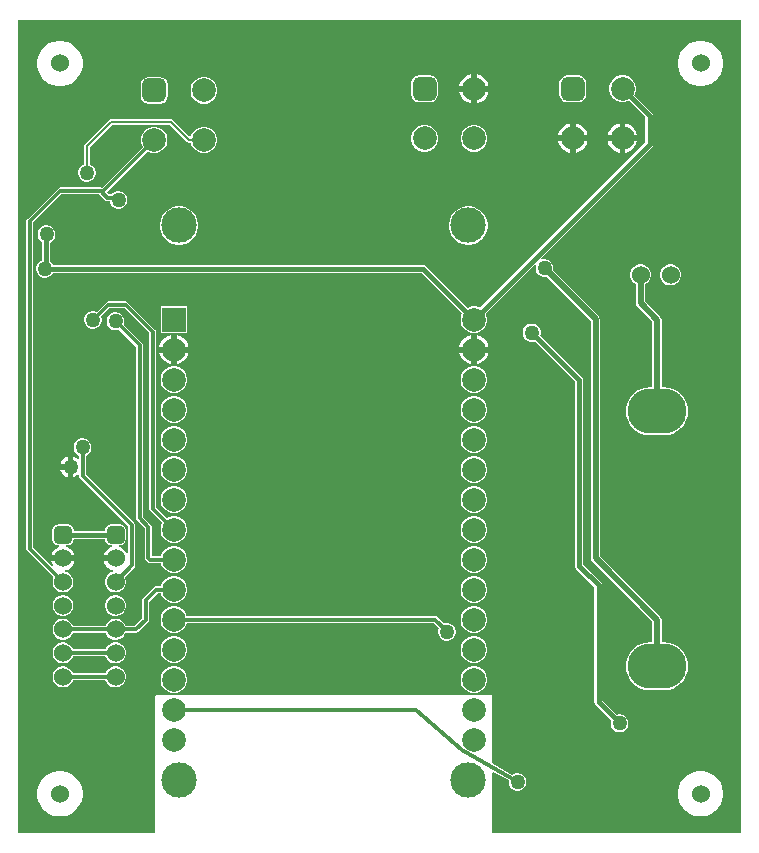
<source format=gbr>
%FSLAX23Y23*%
%MOIN*%
%SFA1B1*%

%IPPOS*%
%AMD23*
4,1,8,0.023600,0.074800,-0.023600,0.074800,-0.098400,0.000000,-0.098400,0.000000,-0.023600,-0.074800,0.023600,-0.074800,0.098400,0.000000,0.098400,0.000000,0.023600,0.074800,0.0*
1,1,0.149606,0.023600,0.000000*
1,1,0.149606,-0.023600,0.000000*
1,1,0.149606,-0.023600,0.000000*
1,1,0.149606,0.023600,0.000000*
%
%AMD25*
4,1,8,0.015000,0.030000,-0.015000,0.030000,-0.030000,0.015000,-0.030000,-0.015000,-0.015000,-0.030000,0.015000,-0.030000,0.030000,-0.015000,0.030000,0.015000,0.015000,0.030000,0.0*
1,1,0.030000,0.015000,0.015000*
1,1,0.030000,-0.015000,0.015000*
1,1,0.030000,-0.015000,-0.015000*
1,1,0.030000,0.015000,-0.015000*
%
%AMD26*
4,1,8,0.019700,0.039400,-0.019700,0.039400,-0.039400,0.019700,-0.039400,-0.019700,-0.019700,-0.039400,0.019700,-0.039400,0.039400,-0.019700,0.039400,0.019700,0.019700,0.039400,0.0*
1,1,0.039370,0.019700,0.019700*
1,1,0.039370,-0.019700,0.019700*
1,1,0.039370,-0.019700,-0.019700*
1,1,0.039370,0.019700,-0.019700*
%
%ADD10C,0.011811*%
%ADD17C,0.015748*%
%ADD18C,0.007874*%
%ADD19C,0.019685*%
%ADD20R,0.078740X0.078740*%
%ADD21C,0.078740*%
%ADD22C,0.118110*%
G04~CAMADD=23~8~0.0~0.0~1968.5~1496.1~748.0~0.0~15~0.0~0.0~0.0~0.0~0~0.0~0.0~0.0~0.0~0~0.0~0.0~0.0~0.0~1968.5~1496.1*
%ADD23D23*%
%ADD24C,0.060000*%
G04~CAMADD=25~8~0.0~0.0~600.0~600.0~150.0~0.0~15~0.0~0.0~0.0~0.0~0~0.0~0.0~0.0~0.0~0~0.0~0.0~0.0~0.0~600.0~600.0*
%ADD25D25*%
G04~CAMADD=26~8~0.0~0.0~787.4~787.4~196.9~0.0~15~0.0~0.0~0.0~0.0~0~0.0~0.0~0.0~0.0~0~0.0~0.0~0.0~0.0~787.4~787.4*
%ADD26D26*%
%ADD27C,0.060000*%
%ADD28C,0.050000*%
%LNecu_freio_2024_equipe_imperador_copper_signal_bot-1*%
%LPD*%
G36*
X5090Y2065D02*
X4260D01*
Y2265*
X4264Y2268*
X4315Y2239*
X4315Y2238*
Y2231*
X4317Y2223*
X4321Y2216*
X4326Y2211*
X4333Y2207*
X4341Y2205*
X4348*
X4356Y2207*
X4363Y2211*
X4368Y2216*
X4372Y2223*
X4374Y2231*
Y2238*
X4372Y2246*
X4368Y2253*
X4363Y2258*
X4356Y2262*
X4348Y2264*
X4341*
X4333Y2262*
X4326Y2258*
X4326Y2258*
X4260Y2296*
Y2525*
X3140*
X3135Y2520*
Y2065*
X2680*
Y4775*
X5090*
Y2065*
G37*
%LNecu_freio_2024_equipe_imperador_copper_signal_bot-2*%
%LPC*%
G36*
X4210Y4593D02*
Y4555D01*
X4248*
X4246Y4564*
X4239Y4575*
X4230Y4584*
X4219Y4591*
X4210Y4593*
G37*
G36*
X4190D02*
X4181Y4591D01*
X4170Y4584*
X4160Y4575*
X4154Y4564*
X4151Y4555*
X4190*
Y4593*
G37*
G36*
X4962Y4705D02*
X4947D01*
X4932Y4702*
X4919Y4697*
X4906Y4688*
X4896Y4678*
X4887Y4665*
X4882Y4652*
X4879Y4637*
Y4622*
X4882Y4607*
X4887Y4594*
X4896Y4581*
X4906Y4571*
X4919Y4562*
X4932Y4557*
X4947Y4554*
X4962*
X4977Y4557*
X4990Y4562*
X5003Y4571*
X5013Y4581*
X5022Y4594*
X5027Y4607*
X5030Y4622*
Y4637*
X5027Y4652*
X5022Y4665*
X5013Y4678*
X5003Y4688*
X4990Y4697*
X4977Y4702*
X4962Y4705*
G37*
G36*
X2827D02*
X2812D01*
X2797Y4702*
X2784Y4697*
X2771Y4688*
X2761Y4678*
X2752Y4665*
X2747Y4652*
X2744Y4637*
Y4622*
X2747Y4607*
X2752Y4594*
X2761Y4581*
X2771Y4571*
X2784Y4562*
X2797Y4557*
X2812Y4554*
X2827*
X2842Y4557*
X2855Y4562*
X2868Y4571*
X2878Y4581*
X2887Y4594*
X2892Y4607*
X2895Y4622*
Y4637*
X2892Y4652*
X2887Y4665*
X2878Y4678*
X2868Y4688*
X2855Y4697*
X2842Y4702*
X2827Y4705*
G37*
G36*
X4549Y4590D02*
X4509D01*
X4500Y4588*
X4492Y4582*
X4486Y4574*
X4484Y4565*
Y4525*
X4486Y4516*
X4492Y4507*
X4500Y4502*
X4509Y4500*
X4549*
X4558Y4502*
X4567Y4507*
X4572Y4516*
X4574Y4525*
Y4565*
X4572Y4574*
X4567Y4582*
X4558Y4588*
X4549Y4590*
G37*
G36*
X4054D02*
X4015D01*
X4005Y4588*
X3997Y4582*
X3992Y4574*
X3990Y4565*
Y4525*
X3992Y4516*
X3997Y4507*
X4005Y4502*
X4015Y4500*
X4054*
X4064Y4502*
X4072Y4507*
X4077Y4516*
X4079Y4525*
Y4565*
X4077Y4574*
X4072Y4582*
X4064Y4588*
X4054Y4590*
G37*
G36*
X4248Y4535D02*
X4210D01*
Y4496*
X4219Y4499*
X4230Y4505*
X4239Y4515*
X4246Y4526*
X4248Y4535*
G37*
G36*
X4190D02*
X4151D01*
X4154Y4526*
X4160Y4515*
X4170Y4505*
X4181Y4499*
X4190Y4496*
Y4535*
G37*
G36*
X3305Y4584D02*
X3294D01*
X3282Y4581*
X3272Y4575*
X3264Y4567*
X3258Y4557*
X3255Y4545*
Y4534*
X3258Y4522*
X3264Y4512*
X3272Y4504*
X3282Y4498*
X3294Y4495*
X3305*
X3317Y4498*
X3327Y4504*
X3335Y4512*
X3341Y4522*
X3344Y4534*
Y4545*
X3341Y4557*
X3335Y4567*
X3327Y4575*
X3317Y4581*
X3305Y4584*
G37*
G36*
X3154Y4584D02*
X3114D01*
X3105Y4582*
X3097Y4577*
X3091Y4569*
X3089Y4559*
Y4520*
X3091Y4510*
X3097Y4502*
X3105Y4497*
X3114Y4495*
X3154*
X3163Y4497*
X3172Y4502*
X3177Y4510*
X3179Y4520*
Y4559*
X3177Y4569*
X3172Y4577*
X3163Y4582*
X3154Y4584*
G37*
G36*
X4704Y4428D02*
Y4389D01*
X4743*
X4741Y4399*
X4734Y4410*
X4725Y4419*
X4714Y4426*
X4704Y4428*
G37*
G36*
X4685D02*
X4675Y4426D01*
X4664Y4419*
X4655Y4410*
X4648Y4399*
X4646Y4389*
X4685*
Y4428*
G37*
G36*
X4539D02*
Y4389D01*
X4578*
X4575Y4399*
X4569Y4410*
X4559Y4419*
X4548Y4426*
X4539Y4428*
G37*
G36*
X4519D02*
X4510Y4426D01*
X4499Y4419*
X4490Y4410*
X4483Y4399*
X4481Y4389*
X4519*
Y4428*
G37*
G36*
X4206Y4424D02*
X4194D01*
X4183Y4421*
X4173Y4415*
X4164Y4407*
X4159Y4397*
X4156Y4385*
Y4374*
X4159Y4362*
X4164Y4352*
X4173Y4344*
X4183Y4338*
X4194Y4335*
X4206*
X4217Y4338*
X4227Y4344*
X4235Y4352*
X4241Y4362*
X4244Y4374*
Y4385*
X4241Y4397*
X4235Y4407*
X4227Y4415*
X4217Y4421*
X4206Y4424*
G37*
G36*
X4040D02*
X4029D01*
X4017Y4421*
X4007Y4415*
X3999Y4407*
X3993Y4397*
X3990Y4385*
Y4374*
X3993Y4362*
X3999Y4352*
X4007Y4344*
X4017Y4338*
X4029Y4335*
X4040*
X4052Y4338*
X4062Y4344*
X4070Y4352*
X4076Y4362*
X4079Y4374*
Y4385*
X4076Y4397*
X4070Y4407*
X4062Y4415*
X4052Y4421*
X4040Y4424*
G37*
G36*
X4743Y4370D02*
X4704D01*
Y4331*
X4714Y4333*
X4725Y4340*
X4734Y4349*
X4741Y4360*
X4743Y4370*
G37*
G36*
X4685D02*
X4646D01*
X4648Y4360*
X4655Y4349*
X4664Y4340*
X4675Y4333*
X4685Y4331*
Y4370*
G37*
G36*
X4578D02*
X4539D01*
Y4331*
X4548Y4333*
X4559Y4340*
X4569Y4349*
X4575Y4360*
X4578Y4370*
G37*
G36*
X4519D02*
X4481D01*
X4483Y4360*
X4490Y4349*
X4499Y4340*
X4510Y4333*
X4519Y4331*
Y4370*
G37*
G36*
X3190Y4444D02*
X2990D01*
X2986Y4443*
X2983Y4441*
X2903Y4361*
X2901Y4358*
X2900Y4355*
Y4293*
X2898Y4292*
X2891Y4288*
X2886Y4283*
X2882Y4276*
X2880Y4268*
Y4261*
X2882Y4253*
X2886Y4246*
X2891Y4241*
X2898Y4237*
X2906Y4235*
X2913*
X2921Y4237*
X2928Y4241*
X2933Y4246*
X2937Y4253*
X2939Y4261*
Y4268*
X2937Y4276*
X2933Y4283*
X2928Y4288*
X2921Y4292*
X2919Y4293*
Y4351*
X2993Y4425*
X3186*
X3243Y4368*
X3246Y4366*
X3250Y4365*
X3256*
X3258Y4357*
X3264Y4347*
X3272Y4339*
X3282Y4333*
X3294Y4330*
X3305*
X3317Y4333*
X3327Y4339*
X3335Y4347*
X3341Y4357*
X3344Y4368*
Y4380*
X3341Y4391*
X3335Y4401*
X3327Y4410*
X3317Y4415*
X3305Y4418*
X3294*
X3282Y4415*
X3272Y4410*
X3264Y4401*
X3258Y4391*
X3257Y4387*
X3251Y4385*
X3196Y4441*
X3193Y4443*
X3190Y4444*
G37*
G36*
X3140Y4418D02*
X3128D01*
X3117Y4415*
X3107Y4410*
X3099Y4401*
X3093Y4391*
X3090Y4380*
Y4368*
X3093Y4357*
X3096Y4352*
X2959Y4215*
X2959Y4215*
X2955Y4216*
X2820*
X2815Y4215*
X2812Y4212*
X2712Y4112*
X2709Y4109*
X2708Y4105*
Y3011*
X2709Y3006*
X2712Y3003*
X2798Y2916*
X2797Y2914*
X2795Y2905*
Y2896*
X2797Y2887*
X2802Y2879*
X2808Y2873*
X2816Y2868*
X2825Y2866*
X2834*
X2843Y2868*
X2851Y2873*
X2857Y2879*
X2862Y2887*
X2864Y2896*
Y2905*
X2862Y2914*
X2857Y2922*
X2851Y2929*
X2843Y2933*
X2837Y2935*
Y2940*
X2845Y2942*
X2854Y2947*
X2862Y2955*
X2867Y2964*
X2868Y2970*
X2791*
X2792Y2964*
X2797Y2956*
X2793Y2953*
X2731Y3015*
Y4100*
X2824Y4193*
X2950*
X2969Y4174*
X2973Y4172*
X2977Y4171*
X2985*
Y4171*
X2987Y4163*
X2991Y4156*
X2996Y4151*
X3003Y4147*
X3011Y4145*
X3018*
X3026Y4147*
X3033Y4151*
X3038Y4156*
X3042Y4163*
X3044Y4171*
Y4178*
X3042Y4186*
X3038Y4193*
X3033Y4198*
X3026Y4202*
X3018Y4204*
X3011*
X3003Y4202*
X2996Y4198*
X2991Y4193*
X2991Y4193*
X2982*
X2975Y4200*
X3112Y4336*
X3117Y4333*
X3128Y4330*
X3140*
X3151Y4333*
X3161Y4339*
X3170Y4347*
X3175Y4357*
X3178Y4368*
Y4380*
X3175Y4391*
X3170Y4401*
X3161Y4410*
X3151Y4415*
X3140Y4418*
G37*
G36*
X4187Y4153D02*
X4175D01*
X4162Y4150*
X4151Y4145*
X4140Y4138*
X4131Y4129*
X4124Y4119*
X4119Y4107*
X4117Y4095*
Y4082*
X4119Y4070*
X4124Y4058*
X4131Y4048*
X4140Y4039*
X4151Y4032*
X4162Y4027*
X4175Y4025*
X4187*
X4200Y4027*
X4211Y4032*
X4222Y4039*
X4231Y4048*
X4238Y4058*
X4243Y4070*
X4245Y4082*
Y4095*
X4243Y4107*
X4238Y4119*
X4231Y4129*
X4222Y4138*
X4211Y4145*
X4200Y4150*
X4187Y4153*
G37*
G36*
X3222D02*
X3210D01*
X3197Y4150*
X3186Y4145*
X3175Y4138*
X3166Y4129*
X3159Y4119*
X3155Y4107*
X3152Y4095*
Y4082*
X3155Y4070*
X3159Y4058*
X3166Y4048*
X3175Y4039*
X3186Y4032*
X3197Y4027*
X3210Y4025*
X3222*
X3235Y4027*
X3246Y4032*
X3257Y4039*
X3266Y4048*
X3273Y4058*
X3278Y4070*
X3280Y4082*
Y4095*
X3278Y4107*
X3273Y4119*
X3266Y4129*
X3257Y4138*
X3246Y4145*
X3235Y4150*
X3222Y4153*
G37*
G36*
X4859Y3959D02*
X4850D01*
X4841Y3957*
X4833Y3952*
X4827Y3946*
X4822Y3938*
X4820Y3929*
Y3920*
X4822Y3911*
X4827Y3903*
X4833Y3897*
X4841Y3892*
X4850Y3890*
X4859*
X4868Y3892*
X4876Y3897*
X4882Y3903*
X4887Y3911*
X4889Y3920*
Y3929*
X4887Y3938*
X4882Y3946*
X4876Y3952*
X4868Y3957*
X4859Y3959*
G37*
G36*
X4700Y4589D02*
X4689D01*
X4677Y4586*
X4667Y4580*
X4659Y4572*
X4653Y4562*
X4650Y4551*
Y4539*
X4653Y4528*
X4659Y4518*
X4667Y4509*
X4677Y4504*
X4689Y4501*
X4700*
X4712Y4504*
X4715Y4506*
X4771Y4449*
Y4366*
X4220Y3815*
X4217Y3817*
X4205Y3820*
X4194*
X4182Y3817*
X4179Y3815*
X4040Y3954*
X4035Y3957*
X4030Y3958*
X2797*
X2793Y3963*
X2788Y3968*
X2785Y3970*
Y4031*
X2786Y4032*
X2793Y4036*
X2798Y4041*
X2802Y4048*
X2804Y4056*
Y4063*
X2802Y4071*
X2798Y4078*
X2793Y4083*
X2786Y4087*
X2778Y4089*
X2771*
X2763Y4087*
X2756Y4083*
X2751Y4078*
X2747Y4071*
X2745Y4063*
Y4056*
X2747Y4048*
X2751Y4041*
X2756Y4036*
X2759Y4034*
Y3973*
X2758Y3972*
X2751Y3968*
X2746Y3963*
X2742Y3956*
X2740Y3948*
Y3941*
X2742Y3933*
X2746Y3926*
X2751Y3921*
X2758Y3917*
X2766Y3915*
X2773*
X2781Y3917*
X2788Y3921*
X2793Y3926*
X2797Y3931*
X4025*
X4160Y3796*
X4158Y3792*
X4155Y3781*
Y3769*
X4158Y3758*
X4164Y3748*
X4172Y3740*
X4182Y3734*
X4194Y3731*
X4205*
X4217Y3734*
X4227Y3740*
X4235Y3748*
X4241Y3758*
X4244Y3769*
Y3781*
X4241Y3792*
X4239Y3796*
X4402Y3959*
X4406Y3957*
X4405Y3950*
Y3943*
X4407Y3935*
X4411Y3928*
X4416Y3923*
X4423Y3919*
X4431Y3917*
X4438*
X4442Y3918*
X4589Y3770*
Y2980*
X4591Y2974*
X4594Y2969*
X4794Y2768*
Y2700*
X4786*
X4770Y2698*
X4755Y2694*
X4741Y2686*
X4729Y2676*
X4719Y2664*
X4712Y2650*
X4707Y2635*
X4706Y2620*
X4707Y2604*
X4712Y2589*
X4719Y2575*
X4729Y2563*
X4741Y2553*
X4755Y2545*
X4770Y2541*
X4786Y2539*
X4833*
X4849Y2541*
X4864Y2545*
X4878Y2553*
X4890Y2563*
X4900Y2575*
X4907Y2589*
X4912Y2604*
X4913Y2620*
X4912Y2635*
X4907Y2650*
X4900Y2664*
X4890Y2676*
X4878Y2686*
X4864Y2694*
X4849Y2698*
X4833Y2700*
X4825*
Y2775*
X4823Y2780*
X4820Y2785*
X4620Y2986*
Y3777*
X4618Y3782*
X4615Y3787*
X4463Y3939*
X4464Y3943*
Y3950*
X4462Y3958*
X4458Y3965*
X4453Y3970*
X4446Y3974*
X4438Y3976*
X4431*
X4424Y3975*
X4422Y3979*
X4794Y4351*
X4797Y4355*
X4798Y4360*
Y4455*
X4797Y4460*
X4794Y4464*
X4734Y4524*
X4736Y4528*
X4739Y4539*
Y4551*
X4736Y4562*
X4730Y4572*
X4722Y4580*
X4712Y4586*
X4700Y4589*
G37*
G36*
X3244Y3820D02*
X3155D01*
Y3731*
X3244*
Y3820*
G37*
G36*
X4209Y3724D02*
Y3685D01*
X4248*
X4246Y3694*
X4239Y3706*
X4230Y3715*
X4219Y3721*
X4209Y3724*
G37*
G36*
X4190D02*
X4180Y3721D01*
X4169Y3715*
X4160Y3706*
X4153Y3694*
X4151Y3685*
X4190*
Y3724*
G37*
G36*
X3209D02*
Y3685D01*
X3248*
X3246Y3694*
X3239Y3706*
X3230Y3715*
X3219Y3721*
X3209Y3724*
G37*
G36*
X3190D02*
X3180Y3721D01*
X3169Y3715*
X3160Y3706*
X3153Y3694*
X3151Y3685*
X3190*
Y3724*
G37*
G36*
X4248Y3665D02*
X4209D01*
Y3627*
X4219Y3629*
X4230Y3636*
X4239Y3645*
X4246Y3656*
X4248Y3665*
G37*
G36*
X4190D02*
X4151D01*
X4153Y3656*
X4160Y3645*
X4169Y3636*
X4180Y3629*
X4190Y3627*
Y3665*
G37*
G36*
X3248D02*
X3209D01*
Y3627*
X3219Y3629*
X3230Y3636*
X3239Y3645*
X3246Y3656*
X3248Y3665*
G37*
G36*
X3190D02*
X3151D01*
X3153Y3656*
X3160Y3645*
X3169Y3636*
X3180Y3629*
X3190Y3627*
Y3665*
G37*
G36*
X4205Y3620D02*
X4194D01*
X4182Y3617*
X4172Y3611*
X4164Y3603*
X4158Y3592*
X4155Y3581*
Y3569*
X4158Y3558*
X4164Y3548*
X4172Y3540*
X4182Y3534*
X4194Y3531*
X4205*
X4217Y3534*
X4227Y3540*
X4235Y3548*
X4241Y3558*
X4244Y3569*
Y3581*
X4241Y3592*
X4235Y3603*
X4227Y3611*
X4217Y3617*
X4205Y3620*
G37*
G36*
X3205D02*
X3194D01*
X3182Y3617*
X3172Y3611*
X3164Y3603*
X3158Y3592*
X3155Y3581*
Y3569*
X3158Y3558*
X3164Y3548*
X3172Y3540*
X3182Y3534*
X3194Y3531*
X3205*
X3217Y3534*
X3227Y3540*
X3235Y3548*
X3241Y3558*
X3244Y3569*
Y3581*
X3241Y3592*
X3235Y3603*
X3227Y3611*
X3217Y3617*
X3205Y3620*
G37*
G36*
X4205Y3520D02*
X4194D01*
X4182Y3517*
X4172Y3511*
X4164Y3503*
X4158Y3492*
X4155Y3481*
Y3469*
X4158Y3458*
X4164Y3448*
X4172Y3440*
X4182Y3434*
X4194Y3431*
X4205*
X4217Y3434*
X4227Y3440*
X4235Y3448*
X4241Y3458*
X4244Y3469*
Y3481*
X4241Y3492*
X4235Y3503*
X4227Y3511*
X4217Y3517*
X4205Y3520*
G37*
G36*
X3205D02*
X3194D01*
X3182Y3517*
X3172Y3511*
X3164Y3503*
X3158Y3492*
X3155Y3481*
Y3469*
X3158Y3458*
X3164Y3448*
X3172Y3440*
X3182Y3434*
X3194Y3431*
X3205*
X3217Y3434*
X3227Y3440*
X3235Y3448*
X3241Y3458*
X3244Y3469*
Y3481*
X3241Y3492*
X3235Y3503*
X3227Y3511*
X3217Y3517*
X3205Y3520*
G37*
G36*
X4759Y3959D02*
X4750D01*
X4741Y3957*
X4733Y3952*
X4727Y3946*
X4722Y3938*
X4720Y3929*
Y3920*
X4722Y3911*
X4727Y3903*
X4733Y3897*
X4739Y3893*
Y3830*
X4741Y3824*
X4744Y3819*
X4794Y3768*
Y3550*
X4786*
X4770Y3548*
X4755Y3544*
X4741Y3536*
X4729Y3526*
X4719Y3514*
X4712Y3500*
X4707Y3485*
X4706Y3470*
X4707Y3454*
X4712Y3439*
X4719Y3425*
X4729Y3413*
X4741Y3403*
X4755Y3395*
X4770Y3391*
X4786Y3389*
X4833*
X4849Y3391*
X4864Y3395*
X4878Y3403*
X4890Y3413*
X4900Y3425*
X4907Y3439*
X4912Y3454*
X4913Y3470*
X4912Y3485*
X4907Y3500*
X4900Y3514*
X4890Y3526*
X4878Y3536*
X4864Y3544*
X4849Y3548*
X4833Y3550*
X4825*
Y3775*
X4823Y3780*
X4820Y3785*
X4820*
X4770Y3836*
Y3893*
X4776Y3897*
X4782Y3903*
X4787Y3911*
X4789Y3920*
Y3929*
X4787Y3938*
X4782Y3946*
X4776Y3952*
X4768Y3957*
X4759Y3959*
G37*
G36*
X4205Y3420D02*
X4194D01*
X4182Y3417*
X4172Y3411*
X4164Y3403*
X4158Y3392*
X4155Y3381*
Y3369*
X4158Y3358*
X4164Y3348*
X4172Y3340*
X4182Y3334*
X4194Y3331*
X4205*
X4217Y3334*
X4227Y3340*
X4235Y3348*
X4241Y3358*
X4244Y3369*
Y3381*
X4241Y3392*
X4235Y3403*
X4227Y3411*
X4217Y3417*
X4205Y3420*
G37*
G36*
X3205D02*
X3194D01*
X3182Y3417*
X3172Y3411*
X3164Y3403*
X3158Y3392*
X3155Y3381*
Y3369*
X3158Y3358*
X3164Y3348*
X3172Y3340*
X3182Y3334*
X3194Y3331*
X3205*
X3217Y3334*
X3227Y3340*
X3235Y3348*
X3241Y3358*
X3244Y3369*
Y3381*
X3241Y3392*
X3235Y3403*
X3227Y3411*
X3217Y3417*
X3205Y3420*
G37*
G36*
X2898Y3379D02*
X2891D01*
X2883Y3377*
X2876Y3373*
X2871Y3368*
X2867Y3361*
X2865Y3353*
Y3346*
X2867Y3338*
X2871Y3331*
X2876Y3326*
X2883Y3322*
X2883Y3321*
Y3312*
X2878Y3310*
X2876Y3313*
X2868Y3317*
X2864Y3318*
Y3285*
Y3251*
X2868Y3252*
X2876Y3256*
X2878Y3259*
X2883Y3257*
Y3255*
X2884Y3250*
X2887Y3247*
X3048Y3085*
Y2989*
X3043Y2989*
X3042Y2995*
X3037Y3004*
X3029Y3011*
X3020Y3017*
X3016Y3018*
X3016Y3023*
X3020*
X3027Y3024*
X3034Y3029*
X3038Y3035*
X3040Y3043*
Y3073*
X3038Y3081*
X3034Y3088*
X3027Y3092*
X3020Y3094*
X2990*
X2982Y3092*
X2975Y3088*
X2971Y3081*
X2969Y3073*
Y3071*
X2865*
Y3073*
X2863Y3081*
X2859Y3088*
X2852Y3092*
X2845Y3094*
X2815*
X2807Y3092*
X2800Y3088*
X2796Y3081*
X2794Y3073*
Y3043*
X2796Y3035*
X2800Y3029*
X2807Y3024*
X2815Y3023*
X2818*
X2818Y3018*
X2814Y3017*
X2805Y3011*
X2797Y3004*
X2792Y2995*
X2791Y2989*
X2868*
X2867Y2995*
X2862Y3004*
X2854Y3011*
X2845Y3017*
X2841Y3018*
X2841Y3023*
X2845*
X2852Y3024*
X2859Y3029*
X2863Y3035*
X2865Y3043*
Y3045*
X2969*
Y3043*
X2971Y3035*
X2975Y3029*
X2982Y3024*
X2990Y3023*
X2993*
X2993Y3018*
X2989Y3017*
X2980Y3011*
X2972Y3004*
X2967Y2995*
X2966Y2989*
X3005*
Y2970*
X2966*
X2967Y2964*
X2972Y2955*
X2980Y2947*
X2989Y2942*
X2997Y2940*
Y2935*
X2991Y2933*
X2983Y2929*
X2977Y2922*
X2972Y2914*
X2970Y2905*
Y2896*
X2972Y2887*
X2977Y2879*
X2983Y2873*
X2991Y2868*
X3000Y2866*
X3009*
X3018Y2868*
X3026Y2873*
X3032Y2879*
X3037Y2887*
X3039Y2896*
Y2905*
X3037Y2914*
X3036Y2916*
X3067Y2948*
X3070Y2951*
X3071Y2956*
Y3090*
X3070Y3094*
X3067Y3097*
X2906Y3259*
Y3321*
X2906Y3322*
X2913Y3326*
X2918Y3331*
X2922Y3338*
X2924Y3346*
Y3353*
X2922Y3361*
X2918Y3368*
X2913Y3373*
X2906Y3377*
X2898Y3379*
G37*
G36*
X2845Y3318D02*
X2841Y3317D01*
X2833Y3313*
X2826Y3306*
X2822Y3298*
X2821Y3294*
X2845*
Y3318*
G37*
G36*
Y3275D02*
X2821D01*
X2822Y3271*
X2826Y3263*
X2833Y3256*
X2841Y3252*
X2845Y3251*
Y3275*
G37*
G36*
X4205Y3320D02*
X4194D01*
X4182Y3317*
X4172Y3311*
X4164Y3303*
X4158Y3292*
X4155Y3281*
Y3269*
X4158Y3258*
X4164Y3248*
X4172Y3240*
X4182Y3234*
X4194Y3231*
X4205*
X4217Y3234*
X4227Y3240*
X4235Y3248*
X4241Y3258*
X4244Y3269*
Y3281*
X4241Y3292*
X4235Y3303*
X4227Y3311*
X4217Y3317*
X4205Y3320*
G37*
G36*
X3205D02*
X3194D01*
X3182Y3317*
X3172Y3311*
X3164Y3303*
X3158Y3292*
X3155Y3281*
Y3269*
X3158Y3258*
X3164Y3248*
X3172Y3240*
X3182Y3234*
X3194Y3231*
X3205*
X3217Y3234*
X3227Y3240*
X3235Y3248*
X3241Y3258*
X3244Y3269*
Y3281*
X3241Y3292*
X3235Y3303*
X3227Y3311*
X3217Y3317*
X3205Y3320*
G37*
G36*
X4205Y3220D02*
X4194D01*
X4182Y3217*
X4172Y3211*
X4164Y3203*
X4158Y3192*
X4155Y3181*
Y3169*
X4158Y3158*
X4164Y3148*
X4172Y3140*
X4182Y3134*
X4194Y3131*
X4205*
X4217Y3134*
X4227Y3140*
X4235Y3148*
X4241Y3158*
X4244Y3169*
Y3181*
X4241Y3192*
X4235Y3203*
X4227Y3211*
X4217Y3217*
X4205Y3220*
G37*
G36*
X3205D02*
X3194D01*
X3182Y3217*
X3172Y3211*
X3164Y3203*
X3158Y3192*
X3155Y3181*
Y3169*
X3158Y3158*
X3164Y3148*
X3172Y3140*
X3182Y3134*
X3194Y3131*
X3205*
X3217Y3134*
X3227Y3140*
X3235Y3148*
X3241Y3158*
X3244Y3169*
Y3181*
X3241Y3192*
X3235Y3203*
X3227Y3211*
X3217Y3217*
X3205Y3220*
G37*
G36*
X4205Y3120D02*
X4194D01*
X4182Y3117*
X4172Y3111*
X4164Y3103*
X4158Y3092*
X4155Y3081*
Y3069*
X4158Y3058*
X4164Y3048*
X4172Y3040*
X4182Y3034*
X4194Y3031*
X4205*
X4217Y3034*
X4227Y3040*
X4235Y3048*
X4241Y3058*
X4244Y3069*
Y3081*
X4241Y3092*
X4235Y3103*
X4227Y3111*
X4217Y3117*
X4205Y3120*
G37*
G36*
X3040Y3836D02*
X2980D01*
X2975Y3835*
X2972Y3832*
X2942Y3802*
X2941Y3802*
X2933Y3804*
X2926*
X2918Y3802*
X2911Y3798*
X2906Y3793*
X2902Y3786*
X2900Y3778*
Y3771*
X2902Y3763*
X2906Y3756*
X2911Y3751*
X2918Y3747*
X2926Y3745*
X2933*
X2941Y3747*
X2948Y3751*
X2953Y3756*
X2957Y3763*
X2959Y3771*
Y3778*
X2957Y3786*
X2957Y3787*
X2984Y3813*
X3035*
X3118Y3730*
Y3145*
X3119Y3141*
X3122Y3138*
X3161Y3098*
X3158Y3092*
X3155Y3081*
Y3069*
X3158Y3058*
X3164Y3048*
X3172Y3040*
X3182Y3034*
X3194Y3031*
X3205*
X3217Y3034*
X3227Y3040*
X3235Y3048*
X3241Y3058*
X3244Y3069*
Y3081*
X3241Y3092*
X3235Y3103*
X3227Y3111*
X3217Y3117*
X3205Y3120*
X3194*
X3182Y3117*
X3177Y3113*
X3141Y3150*
Y3735*
X3140Y3739*
X3137Y3742*
X3047Y3832*
X3044Y3835*
X3040Y3836*
G37*
G36*
X4205Y3020D02*
X4194D01*
X4182Y3017*
X4172Y3011*
X4164Y3003*
X4158Y2992*
X4155Y2981*
Y2969*
X4158Y2958*
X4164Y2948*
X4172Y2940*
X4182Y2934*
X4194Y2931*
X4205*
X4217Y2934*
X4227Y2940*
X4235Y2948*
X4241Y2958*
X4244Y2969*
Y2981*
X4241Y2992*
X4235Y3003*
X4227Y3011*
X4217Y3017*
X4205Y3020*
G37*
G36*
X3008Y3799D02*
X3001D01*
X2993Y3797*
X2986Y3793*
X2981Y3788*
X2977Y3781*
X2975Y3773*
Y3766*
X2977Y3758*
X2981Y3751*
X2986Y3746*
X2993Y3742*
X3001Y3740*
X3008*
X3016Y3742*
X3017Y3742*
X3073Y3685*
Y3114*
X3074Y3109*
X3077Y3106*
X3103Y3080*
Y2982*
X3103Y2978*
X3106Y2974*
X3113Y2968*
X3116Y2965*
X3121Y2964*
X3121*
X3157*
X3158Y2958*
X3164Y2948*
X3172Y2940*
X3182Y2934*
X3194Y2931*
X3205*
X3217Y2934*
X3227Y2940*
X3235Y2948*
X3241Y2958*
X3244Y2969*
Y2981*
X3241Y2992*
X3235Y3003*
X3227Y3011*
X3217Y3017*
X3205Y3020*
X3194*
X3182Y3017*
X3172Y3011*
X3164Y3003*
X3158Y2992*
X3157Y2986*
X3125*
X3125Y2987*
Y3085*
X3124Y3089*
X3121Y3092*
X3096Y3118*
Y3690*
X3095Y3694*
X3092Y3697*
X3032Y3757*
X3032Y3758*
X3034Y3766*
Y3773*
X3032Y3781*
X3028Y3788*
X3023Y3793*
X3016Y3797*
X3008Y3799*
G37*
G36*
X4205Y2920D02*
X4194D01*
X4182Y2917*
X4172Y2911*
X4164Y2903*
X4158Y2892*
X4155Y2881*
Y2869*
X4158Y2858*
X4164Y2848*
X4172Y2840*
X4182Y2834*
X4194Y2831*
X4205*
X4217Y2834*
X4227Y2840*
X4235Y2848*
X4241Y2858*
X4244Y2869*
Y2881*
X4241Y2892*
X4235Y2903*
X4227Y2911*
X4217Y2917*
X4205Y2920*
G37*
G36*
X3205D02*
X3194D01*
X3182Y2917*
X3172Y2911*
X3164Y2903*
X3158Y2892*
X3157Y2886*
X3140*
X3136Y2886*
X3133Y2883*
X3097Y2847*
X3094Y2844*
X3093Y2840*
Y2779*
X3069Y2754*
X3038*
X3037Y2757*
X3032Y2765*
X3026Y2771*
X3018Y2776*
X3009Y2778*
X3000*
X2991Y2776*
X2983Y2771*
X2977Y2765*
X2972Y2757*
X2971Y2754*
X2863*
X2862Y2757*
X2857Y2765*
X2851Y2771*
X2843Y2776*
X2834Y2778*
X2825*
X2816Y2776*
X2808Y2771*
X2802Y2765*
X2797Y2757*
X2795Y2748*
Y2739*
X2797Y2730*
X2802Y2722*
X2808Y2715*
X2816Y2711*
X2825Y2708*
X2834*
X2843Y2711*
X2851Y2715*
X2857Y2722*
X2862Y2730*
X2863Y2732*
X2971*
X2972Y2730*
X2977Y2722*
X2983Y2715*
X2991Y2711*
X3000Y2708*
X3009*
X3018Y2711*
X3026Y2715*
X3032Y2722*
X3037Y2730*
X3038Y2732*
X3073*
X3077Y2733*
X3081Y2735*
X3112Y2767*
X3115Y2770*
X3116Y2775*
Y2835*
X3145Y2864*
X3157*
X3158Y2858*
X3164Y2848*
X3172Y2840*
X3182Y2834*
X3194Y2831*
X3205*
X3217Y2834*
X3227Y2840*
X3235Y2848*
X3241Y2858*
X3244Y2869*
Y2881*
X3241Y2892*
X3235Y2903*
X3227Y2911*
X3217Y2917*
X3205Y2920*
G37*
G36*
X3009Y2857D02*
X3000D01*
X2991Y2855*
X2983Y2850*
X2977Y2843*
X2972Y2835*
X2970Y2827*
Y2817*
X2972Y2809*
X2977Y2801*
X2983Y2794*
X2991Y2789*
X3000Y2787*
X3009*
X3018Y2789*
X3026Y2794*
X3032Y2801*
X3037Y2809*
X3039Y2817*
Y2827*
X3037Y2835*
X3032Y2843*
X3026Y2850*
X3018Y2855*
X3009Y2857*
G37*
G36*
X2834D02*
X2825D01*
X2816Y2855*
X2808Y2850*
X2802Y2843*
X2797Y2835*
X2795Y2827*
Y2817*
X2797Y2809*
X2802Y2801*
X2808Y2794*
X2816Y2789*
X2825Y2787*
X2834*
X2843Y2789*
X2851Y2794*
X2857Y2801*
X2862Y2809*
X2864Y2817*
Y2827*
X2862Y2835*
X2857Y2843*
X2851Y2850*
X2843Y2855*
X2834Y2857*
G37*
G36*
X4205Y2820D02*
X4194D01*
X4182Y2817*
X4172Y2811*
X4164Y2803*
X4158Y2792*
X4155Y2781*
Y2769*
X4158Y2758*
X4164Y2748*
X4172Y2740*
X4182Y2734*
X4194Y2731*
X4205*
X4217Y2734*
X4227Y2740*
X4235Y2748*
X4241Y2758*
X4244Y2769*
Y2781*
X4241Y2792*
X4235Y2803*
X4227Y2811*
X4217Y2817*
X4205Y2820*
G37*
G36*
X3205D02*
X3194D01*
X3182Y2817*
X3172Y2811*
X3164Y2803*
X3158Y2792*
X3155Y2781*
Y2769*
X3158Y2758*
X3164Y2748*
X3172Y2740*
X3182Y2734*
X3194Y2731*
X3205*
X3217Y2734*
X3227Y2740*
X3235Y2748*
X3241Y2758*
X3242Y2764*
X4066*
X4082Y2748*
X4082Y2746*
X4080Y2738*
Y2731*
X4082Y2723*
X4086Y2716*
X4091Y2711*
X4098Y2707*
X4106Y2705*
X4113*
X4121Y2707*
X4128Y2711*
X4133Y2716*
X4137Y2723*
X4139Y2731*
Y2738*
X4137Y2746*
X4133Y2753*
X4128Y2758*
X4121Y2762*
X4113Y2764*
X4106*
X4099Y2763*
X4078Y2783*
X4075Y2786*
X4070Y2786*
X3242*
X3241Y2792*
X3235Y2803*
X3227Y2811*
X3217Y2817*
X3205Y2820*
G37*
G36*
X3009Y2699D02*
X3000D01*
X2991Y2697*
X2983Y2692*
X2977Y2686*
X2972Y2678*
X2971Y2676*
X2863*
X2862Y2678*
X2857Y2686*
X2851Y2692*
X2843Y2697*
X2834Y2699*
X2825*
X2816Y2697*
X2808Y2692*
X2802Y2686*
X2797Y2678*
X2795Y2669*
Y2660*
X2797Y2651*
X2802Y2643*
X2808Y2637*
X2816Y2632*
X2825Y2630*
X2834*
X2843Y2632*
X2851Y2637*
X2857Y2643*
X2862Y2651*
X2863Y2653*
X2971*
X2972Y2651*
X2977Y2643*
X2983Y2637*
X2991Y2632*
X3000Y2630*
X3009*
X3018Y2632*
X3026Y2637*
X3032Y2643*
X3037Y2651*
X3039Y2660*
Y2669*
X3037Y2678*
X3032Y2686*
X3026Y2692*
X3018Y2697*
X3009Y2699*
G37*
G36*
X4205Y2720D02*
X4194D01*
X4182Y2717*
X4172Y2711*
X4164Y2703*
X4158Y2692*
X4155Y2681*
Y2669*
X4158Y2658*
X4164Y2648*
X4172Y2640*
X4182Y2634*
X4194Y2631*
X4205*
X4217Y2634*
X4227Y2640*
X4235Y2648*
X4241Y2658*
X4244Y2669*
Y2681*
X4241Y2692*
X4235Y2703*
X4227Y2711*
X4217Y2717*
X4205Y2720*
G37*
G36*
X3205D02*
X3194D01*
X3182Y2717*
X3172Y2711*
X3164Y2703*
X3158Y2692*
X3155Y2681*
Y2669*
X3158Y2658*
X3164Y2648*
X3172Y2640*
X3182Y2634*
X3194Y2631*
X3205*
X3217Y2634*
X3227Y2640*
X3235Y2648*
X3241Y2658*
X3244Y2669*
Y2681*
X3241Y2692*
X3235Y2703*
X3227Y2711*
X3217Y2717*
X3205Y2720*
G37*
G36*
X3009Y2619D02*
X3000D01*
X2991Y2617*
X2983Y2612*
X2977Y2606*
X2972Y2598*
X2971Y2596*
X2863*
X2862Y2598*
X2857Y2606*
X2851Y2612*
X2843Y2617*
X2834Y2619*
X2825*
X2816Y2617*
X2808Y2612*
X2802Y2606*
X2797Y2598*
X2795Y2589*
Y2580*
X2797Y2571*
X2802Y2563*
X2808Y2557*
X2816Y2552*
X2825Y2550*
X2834*
X2843Y2552*
X2851Y2557*
X2857Y2563*
X2862Y2571*
X2863Y2573*
X2971*
X2972Y2571*
X2977Y2563*
X2983Y2557*
X2991Y2552*
X3000Y2550*
X3009*
X3018Y2552*
X3026Y2557*
X3032Y2563*
X3037Y2571*
X3039Y2580*
Y2589*
X3037Y2598*
X3032Y2606*
X3026Y2612*
X3018Y2617*
X3009Y2619*
G37*
G36*
X4205Y2620D02*
X4194D01*
X4182Y2617*
X4172Y2611*
X4164Y2603*
X4158Y2592*
X4155Y2581*
Y2569*
X4158Y2558*
X4164Y2548*
X4172Y2540*
X4182Y2534*
X4194Y2531*
X4205*
X4217Y2534*
X4227Y2540*
X4235Y2548*
X4241Y2558*
X4244Y2569*
Y2581*
X4241Y2592*
X4235Y2603*
X4227Y2611*
X4217Y2617*
X4205Y2620*
G37*
G36*
X3205D02*
X3194D01*
X3182Y2617*
X3172Y2611*
X3164Y2603*
X3158Y2592*
X3155Y2581*
Y2569*
X3158Y2558*
X3164Y2548*
X3172Y2540*
X3182Y2534*
X3194Y2531*
X3205*
X3217Y2534*
X3227Y2540*
X3235Y2548*
X3241Y2558*
X3244Y2569*
Y2581*
X3241Y2592*
X3235Y2603*
X3227Y2611*
X3217Y2617*
X3205Y2620*
G37*
G36*
X4396Y3762D02*
X4388D01*
X4380Y3760*
X4374Y3756*
X4368Y3750*
X4364Y3744*
X4362Y3736*
Y3728*
X4364Y3720*
X4368Y3714*
X4374Y3708*
X4380Y3704*
X4388Y3702*
X4396*
X4402Y3704*
X4536Y3569*
Y2955*
X4537Y2950*
X4540Y2945*
X4601Y2884*
Y2500*
X4602Y2495*
X4605Y2490*
X4656Y2439*
X4655Y2433*
Y2426*
X4657Y2418*
X4661Y2411*
X4666Y2406*
X4673Y2402*
X4681Y2400*
X4688*
X4696Y2402*
X4703Y2406*
X4708Y2411*
X4712Y2418*
X4714Y2426*
Y2433*
X4712Y2441*
X4708Y2448*
X4703Y2453*
X4696Y2457*
X4688Y2459*
X4681*
X4675Y2458*
X4628Y2505*
Y2890*
X4627Y2894*
X4624Y2899*
X4563Y2960*
Y3575*
X4562Y3579*
X4559Y3584*
X4420Y3722*
X4422Y3728*
Y3736*
X4420Y3744*
X4416Y3750*
X4410Y3756*
X4404Y3760*
X4396Y3762*
G37*
G36*
X4962Y2270D02*
X4947D01*
X4932Y2267*
X4919Y2262*
X4906Y2253*
X4896Y2243*
X4887Y2230*
X4882Y2217*
X4879Y2202*
Y2187*
X4882Y2172*
X4887Y2159*
X4896Y2146*
X4906Y2136*
X4919Y2127*
X4932Y2122*
X4947Y2119*
X4962*
X4977Y2122*
X4990Y2127*
X5003Y2136*
X5013Y2146*
X5022Y2159*
X5027Y2172*
X5030Y2187*
Y2202*
X5027Y2217*
X5022Y2230*
X5013Y2243*
X5003Y2253*
X4990Y2262*
X4977Y2267*
X4962Y2270*
G37*
G36*
X2827D02*
X2812D01*
X2797Y2267*
X2784Y2262*
X2771Y2253*
X2761Y2243*
X2752Y2230*
X2747Y2217*
X2744Y2202*
Y2187*
X2747Y2172*
X2752Y2159*
X2761Y2146*
X2771Y2136*
X2784Y2127*
X2797Y2122*
X2812Y2119*
X2827*
X2842Y2122*
X2855Y2127*
X2868Y2136*
X2878Y2146*
X2887Y2159*
X2892Y2172*
X2895Y2187*
Y2202*
X2892Y2217*
X2887Y2230*
X2878Y2243*
X2868Y2253*
X2855Y2262*
X2842Y2267*
X2827Y2270*
G37*
%LNecu_freio_2024_equipe_imperador_copper_signal_bot-3*%
%LPD*%
G54D10*
X4161Y2340D02*
X4345Y2235D01*
X4160Y2340D02*
X4161Y2340D01*
X4008Y2475D02*
X4160Y2340D01*
X3200Y2475D02*
X4008D01*
X4110Y2735D02*
Y2736D01*
X4070Y2775D02*
X4110Y2736D01*
X3200Y2775D02*
X4070D01*
X3105Y2775D02*
Y2840D01*
X3140Y2875*
X3073Y2743D02*
X3105Y2775D01*
X3005Y2743D02*
X3073D01*
X3140Y2875D02*
X3200D01*
X2830Y2743D02*
X3005D01*
X2980Y3825D02*
X3040D01*
X3130Y3145D02*
Y3735D01*
X3040Y3825D02*
X3130Y3735D01*
X2930Y3775D02*
X2980Y3825D01*
X3130Y3145D02*
X3200Y3075D01*
X3114Y2982D02*
X3121Y2975D01*
X3085Y3114D02*
Y3690D01*
Y3114D02*
X3114Y3085D01*
X3121Y2975D02*
X3200D01*
X3114Y2982D02*
Y3085D01*
X3005Y3770D02*
X3085Y3690D01*
X2977Y4182D02*
X3007D01*
X3015Y4175*
X2895Y3255D02*
X3060Y3090D01*
X3005Y2901D02*
X3060Y2956D01*
Y3090*
X2895Y3255D02*
Y3350D01*
X2955Y4205D02*
X2960Y4200D01*
X3134Y4374*
X2820Y4205D02*
X2955D01*
X2960Y4200D02*
X2977Y4182D01*
X2720Y4105D02*
X2820Y4205D01*
X2720Y3011D02*
Y4105D01*
Y3011D02*
X2830Y2901D01*
Y2665D02*
X3005D01*
X2830Y2585D02*
X3005D01*
G54D17*
X4685Y2430D02*
X4690Y2425D01*
X4615Y2500D02*
X4685Y2430D01*
X4615Y2500D02*
Y2890D01*
X4550Y2955D02*
X4615Y2890D01*
X4550Y2955D02*
Y3575D01*
X4392Y3732D02*
X4550Y3575D01*
X4030Y3945D02*
X4200Y3775D01*
X2770Y3945D02*
X4030D01*
X2770D02*
X2772Y3947D01*
Y4057D02*
X2775Y4060D01*
X2772Y3947D02*
Y4057D01*
X4695Y4545D02*
X4785Y4455D01*
X4200Y3775D02*
X4785Y4360D01*
Y4455*
X2830Y3058D02*
X3005D01*
G54D18*
X2910Y4355D02*
X2990Y4435D01*
X3190D02*
X3250Y4374D01*
X2990Y4435D02*
X3190D01*
X3250Y4374D02*
X3300D01*
X2910Y4265D02*
Y4355D01*
G54D19*
X4435Y3947D02*
X4605Y3777D01*
Y2980D02*
Y3777D01*
X4755Y3830D02*
Y3925D01*
Y3830D02*
X4810Y3775D01*
Y3470D02*
Y3775D01*
X4605Y2980D02*
X4810Y2775D01*
Y2620D02*
Y2775D01*
G54D20*
X3200Y3775D03*
G54D21*
X3200Y3675D03*
Y3575D03*
Y3475D03*
Y3375D03*
Y3275D03*
Y3175D03*
Y3075D03*
Y2975D03*
Y2875D03*
Y2775D03*
Y2675D03*
Y2575D03*
Y2475D03*
Y2375D03*
X4200Y3775D03*
Y3675D03*
Y3575D03*
Y3475D03*
Y3375D03*
Y3275D03*
Y3175D03*
Y3075D03*
Y2975D03*
Y2875D03*
Y2775D03*
Y2675D03*
Y2575D03*
Y2475D03*
Y2375D03*
X4035Y4380D03*
X4200Y4545D03*
Y4380D03*
X3134Y4374D03*
X3300Y4540D03*
Y4374D03*
X4529Y4380D03*
X4695Y4545D03*
Y4380D03*
G54D22*
X3216Y2240D03*
X4181D03*
Y4089D03*
X3216D03*
G54D23*
X4810Y2620D03*
Y3470D03*
G54D24*
X4855Y3925D03*
X4755D03*
X3005Y2585D03*
Y2665D03*
Y2743D03*
Y2822D03*
Y2901D03*
Y2979D03*
X2830Y2585D03*
Y2665D03*
Y2743D03*
Y2822D03*
Y2901D03*
Y2979D03*
G54D25*
X3005Y3058D03*
X2830D03*
G54D26*
X4035Y4545D03*
X3134Y4540D03*
X4529Y4545D03*
G54D27*
X4955Y4630D03*
Y2195D03*
X2820D03*
Y4630D03*
G54D28*
X2855Y3285D03*
X4685Y2430D03*
X4392Y3732D03*
X4110Y2735D03*
X2770Y3945D03*
X2775Y4060D03*
X2930Y3775D03*
X3005Y3770D03*
X3015Y4175D03*
X2910Y4265D03*
X4345Y2235D03*
X2895Y3350D03*
X4435Y3947D03*
M02*
</source>
